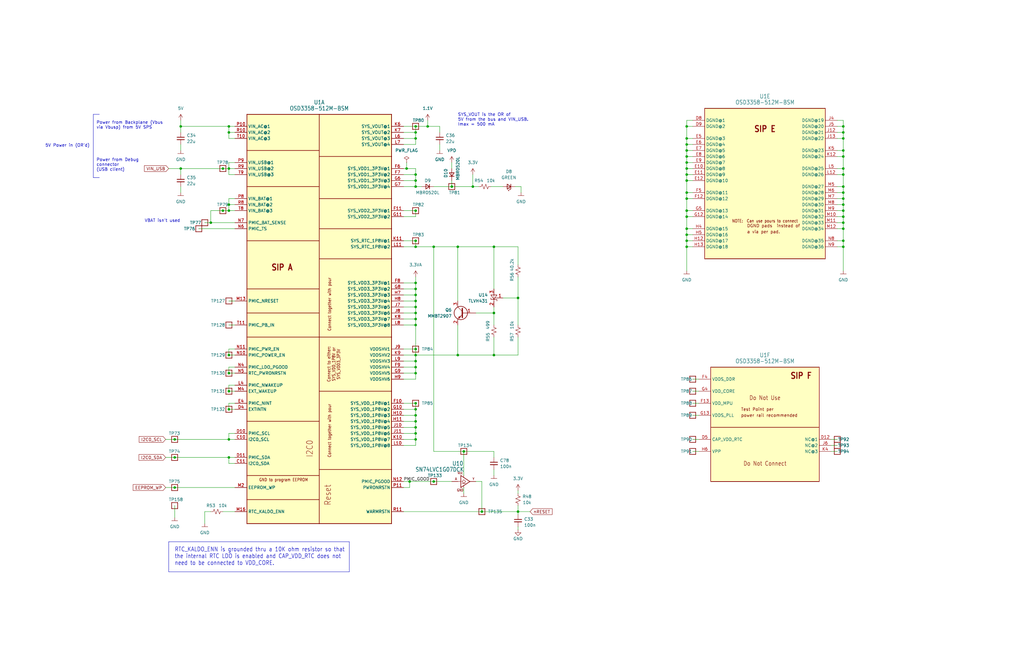
<source format=kicad_sch>
(kicad_sch (version 20230121) (generator eeschema)
  (paper "B")
  (junction (at 172.72 203.2))
  (junction (at 355.6 53.34))
  (junction (at 218.44 125.73))
  (junction (at 175.26 88.9))
  (junction (at 355.6 78.74))
  (junction (at 96.52 55.88))
  (junction (at 355.6 58.42))
  (junction (at 355.6 66.04))
  (junction (at 175.26 134.62))
  (junction (at 93.98 71.12))
  (junction (at 289.56 68.58))
  (junction (at 175.26 154.94))
  (junction (at 175.26 101.6))
  (junction (at 96.52 88.9))
  (junction (at 96.52 157.48))
  (junction (at 175.26 175.26))
  (junction (at 96.52 71.12))
  (junction (at 355.6 104.14))
  (junction (at 199.39 78.74))
  (junction (at 76.2 71.12))
  (junction (at 76.2 53.34))
  (junction (at 73.66 185.42))
  (junction (at 195.58 190.5))
  (junction (at 73.66 205.74))
  (junction (at 355.6 55.88))
  (junction (at 175.26 129.54))
  (junction (at 88.9 93.98))
  (junction (at 96.52 86.36))
  (junction (at 193.04 104.14))
  (junction (at 175.26 78.74))
  (junction (at 175.26 104.14))
  (junction (at 289.56 99.06))
  (junction (at 208.28 132.08))
  (junction (at 175.26 157.48))
  (junction (at 182.88 104.14))
  (junction (at 218.44 215.9))
  (junction (at 180.34 53.34))
  (junction (at 203.2 215.9))
  (junction (at 289.56 91.44))
  (junction (at 355.6 71.12))
  (junction (at 193.04 149.86))
  (junction (at 289.56 96.52))
  (junction (at 175.26 73.66))
  (junction (at 175.26 172.72))
  (junction (at 190.5 78.74))
  (junction (at 355.6 81.28))
  (junction (at 289.56 88.9))
  (junction (at 208.28 104.14))
  (junction (at 355.6 86.36))
  (junction (at 175.26 119.38))
  (junction (at 175.26 185.42))
  (junction (at 175.26 182.88))
  (junction (at 175.26 149.86))
  (junction (at 208.28 149.86))
  (junction (at 96.52 149.86))
  (junction (at 289.56 73.66))
  (junction (at 289.56 63.5))
  (junction (at 289.56 83.82))
  (junction (at 355.6 73.66))
  (junction (at 175.26 127))
  (junction (at 175.26 137.16))
  (junction (at 93.98 88.9))
  (junction (at 182.88 203.2))
  (junction (at 96.52 165.1))
  (junction (at 175.26 121.92))
  (junction (at 355.6 91.44))
  (junction (at 289.56 58.42))
  (junction (at 289.56 104.14))
  (junction (at 175.26 53.34))
  (junction (at 171.45 71.12))
  (junction (at 289.56 60.96))
  (junction (at 96.52 172.72))
  (junction (at 289.56 53.34))
  (junction (at 175.26 124.46))
  (junction (at 175.26 58.42))
  (junction (at 289.56 101.6))
  (junction (at 175.26 132.08))
  (junction (at 73.66 193.04))
  (junction (at 355.6 96.52))
  (junction (at 355.6 93.98))
  (junction (at 175.26 180.34))
  (junction (at 355.6 63.5))
  (junction (at 175.26 177.8))
  (junction (at 355.6 101.6))
  (junction (at 289.56 81.28))
  (junction (at 289.56 66.04))
  (junction (at 175.26 152.4))
  (junction (at 355.6 83.82))
  (junction (at 175.26 170.18))
  (junction (at 96.52 185.42))
  (junction (at 289.56 76.2))
  (junction (at 175.26 147.32))
  (junction (at 355.6 88.9))
  (junction (at 289.56 71.12))
  (junction (at 96.52 193.04))
  (junction (at 96.52 53.34))
  (junction (at 175.26 76.2))
  (junction (at 175.26 55.88))
  (wire (pts (xy 355.6 58.42) (xy 355.6 63.5)))
  (wire (pts (xy 96.52 68.58) (xy 96.52 71.12)))
  (wire (pts (xy 170.18 172.72) (xy 175.26 172.72)))
  (wire (pts (xy 292.1 190.5) (xy 294.64 190.5)))
  (wire (pts (xy 99.06 147.32) (xy 96.52 147.32)))
  (wire (pts (xy 170.18 187.96) (xy 175.26 187.96)))
  (wire (pts (xy 96.52 195.58) (xy 99.06 195.58)))
  (wire (pts (xy 99.06 68.58) (xy 96.52 68.58)))
  (wire (pts (xy 218.44 222.25) (xy 218.44 223.52)))
  (wire (pts (xy 76.2 60.96) (xy 76.2 63.5)))
  (wire (pts (xy 289.56 99.06) (xy 289.56 101.6)))
  (wire (pts (xy 96.52 157.48) (xy 99.06 157.48)))
  (wire (pts (xy 289.56 66.04) (xy 289.56 68.58)))
  (wire (pts (xy 218.44 125.73) (xy 218.44 137.16)))
  (wire (pts (xy 217.17 78.74) (xy 219.71 78.74)))
  (wire (pts (xy 353.06 81.28) (xy 355.6 81.28)))
  (wire (pts (xy 99.06 53.34) (xy 96.52 53.34)))
  (polyline (pts (xy 41.91 48.26) (xy 39.37 48.26)))
  (wire (pts (xy 190.5 68.58) (xy 190.5 71.12)))
  (wire (pts (xy 170.18 132.08) (xy 175.26 132.08)))
  (wire (pts (xy 353.06 83.82) (xy 355.6 83.82)))
  (wire (pts (xy 212.09 125.73) (xy 218.44 125.73)))
  (wire (pts (xy 96.52 127) (xy 99.06 127)))
  (wire (pts (xy 175.26 182.88) (xy 175.26 180.34)))
  (wire (pts (xy 99.06 162.56) (xy 96.52 162.56)))
  (wire (pts (xy 175.26 78.74) (xy 175.26 76.2)))
  (wire (pts (xy 73.66 185.42) (xy 96.52 185.42)))
  (wire (pts (xy 353.06 104.14) (xy 355.6 104.14)))
  (wire (pts (xy 208.28 132.08) (xy 208.28 137.16)))
  (wire (pts (xy 353.06 93.98) (xy 355.6 93.98)))
  (wire (pts (xy 175.26 132.08) (xy 175.26 134.62)))
  (wire (pts (xy 355.6 104.14) (xy 355.6 114.3)))
  (wire (pts (xy 170.18 137.16) (xy 175.26 137.16)))
  (wire (pts (xy 218.44 104.14) (xy 208.28 104.14)))
  (wire (pts (xy 292.1 170.18) (xy 294.64 170.18)))
  (wire (pts (xy 289.56 66.04) (xy 292.1 66.04)))
  (wire (pts (xy 289.56 63.5) (xy 292.1 63.5)))
  (wire (pts (xy 289.56 58.42) (xy 289.56 60.96)))
  (wire (pts (xy 289.56 71.12) (xy 292.1 71.12)))
  (wire (pts (xy 96.52 193.04) (xy 96.52 195.58)))
  (wire (pts (xy 193.04 104.14) (xy 193.04 127)))
  (wire (pts (xy 355.6 71.12) (xy 355.6 73.66)))
  (wire (pts (xy 73.66 205.74) (xy 69.85 205.74)))
  (wire (pts (xy 218.44 142.24) (xy 218.44 149.86)))
  (wire (pts (xy 99.06 83.82) (xy 96.52 83.82)))
  (wire (pts (xy 170.18 152.4) (xy 175.26 152.4)))
  (wire (pts (xy 208.28 142.24) (xy 208.28 149.86)))
  (wire (pts (xy 96.52 88.9) (xy 93.98 88.9)))
  (wire (pts (xy 96.52 154.94) (xy 96.52 157.48)))
  (wire (pts (xy 355.6 63.5) (xy 355.6 66.04)))
  (wire (pts (xy 175.26 58.42) (xy 175.26 55.88)))
  (wire (pts (xy 353.06 96.52) (xy 355.6 96.52)))
  (wire (pts (xy 182.88 203.2) (xy 190.5 203.2)))
  (wire (pts (xy 353.06 66.04) (xy 355.6 66.04)))
  (polyline (pts (xy 39.37 74.93) (xy 41.91 74.93)))
  (wire (pts (xy 96.52 83.82) (xy 96.52 86.36)))
  (wire (pts (xy 289.56 81.28) (xy 289.56 83.82)))
  (wire (pts (xy 175.26 129.54) (xy 175.26 132.08)))
  (wire (pts (xy 170.18 175.26) (xy 175.26 175.26)))
  (polyline (pts (xy 147.32 228.6) (xy 71.12 228.6)))
  (wire (pts (xy 96.52 71.12) (xy 96.52 73.66)))
  (wire (pts (xy 96.52 73.66) (xy 99.06 73.66)))
  (wire (pts (xy 170.18 76.2) (xy 175.26 76.2)))
  (wire (pts (xy 96.52 185.42) (xy 99.06 185.42)))
  (wire (pts (xy 292.1 175.26) (xy 294.64 175.26)))
  (wire (pts (xy 170.18 154.94) (xy 175.26 154.94)))
  (wire (pts (xy 353.06 101.6) (xy 355.6 101.6)))
  (wire (pts (xy 96.52 147.32) (xy 96.52 149.86)))
  (wire (pts (xy 96.52 162.56) (xy 96.52 165.1)))
  (wire (pts (xy 171.45 71.12) (xy 175.26 71.12)))
  (wire (pts (xy 175.26 73.66) (xy 175.26 71.12)))
  (wire (pts (xy 96.52 88.9) (xy 99.06 88.9)))
  (wire (pts (xy 289.56 76.2) (xy 292.1 76.2)))
  (wire (pts (xy 199.39 73.66) (xy 199.39 78.74)))
  (wire (pts (xy 208.28 129.54) (xy 208.28 132.08)))
  (wire (pts (xy 289.56 99.06) (xy 292.1 99.06)))
  (wire (pts (xy 175.26 175.26) (xy 175.26 172.72)))
  (wire (pts (xy 195.58 190.5) (xy 208.28 190.5)))
  (wire (pts (xy 292.1 185.42) (xy 294.64 185.42)))
  (wire (pts (xy 190.5 78.74) (xy 199.39 78.74)))
  (wire (pts (xy 218.44 125.73) (xy 218.44 116.84)))
  (wire (pts (xy 292.1 165.1) (xy 294.64 165.1)))
  (wire (pts (xy 289.56 91.44) (xy 289.56 96.52)))
  (wire (pts (xy 175.26 53.34) (xy 180.34 53.34)))
  (wire (pts (xy 170.18 185.42) (xy 175.26 185.42)))
  (wire (pts (xy 170.18 119.38) (xy 175.26 119.38)))
  (wire (pts (xy 355.6 83.82) (xy 355.6 86.36)))
  (polyline (pts (xy 147.32 241.3) (xy 147.32 228.6)))
  (wire (pts (xy 170.18 215.9) (xy 203.2 215.9)))
  (wire (pts (xy 170.18 205.74) (xy 172.72 205.74)))
  (wire (pts (xy 355.6 88.9) (xy 355.6 91.44)))
  (wire (pts (xy 289.56 83.82) (xy 292.1 83.82)))
  (wire (pts (xy 175.26 78.74) (xy 177.8 78.74)))
  (wire (pts (xy 171.45 68.58) (xy 171.45 71.12)))
  (wire (pts (xy 96.52 165.1) (xy 99.06 165.1)))
  (wire (pts (xy 289.56 58.42) (xy 292.1 58.42)))
  (wire (pts (xy 355.6 50.8) (xy 355.6 53.34)))
  (wire (pts (xy 201.93 78.74) (xy 199.39 78.74)))
  (wire (pts (xy 355.6 66.04) (xy 355.6 71.12)))
  (wire (pts (xy 175.26 185.42) (xy 175.26 182.88)))
  (wire (pts (xy 170.18 88.9) (xy 175.26 88.9)))
  (wire (pts (xy 353.06 58.42) (xy 355.6 58.42)))
  (wire (pts (xy 218.44 213.36) (xy 218.44 215.9)))
  (wire (pts (xy 170.18 203.2) (xy 172.72 203.2)))
  (wire (pts (xy 175.26 119.38) (xy 175.26 116.84)))
  (wire (pts (xy 172.72 203.2) (xy 182.88 203.2)))
  (wire (pts (xy 93.98 215.9) (xy 99.06 215.9)))
  (wire (pts (xy 292.1 50.8) (xy 289.56 50.8)))
  (wire (pts (xy 175.26 180.34) (xy 175.26 177.8)))
  (wire (pts (xy 203.2 215.9) (xy 203.2 203.2)))
  (wire (pts (xy 350.52 185.42) (xy 353.06 185.42)))
  (wire (pts (xy 170.18 149.86) (xy 175.26 149.86)))
  (wire (pts (xy 289.56 68.58) (xy 292.1 68.58)))
  (wire (pts (xy 355.6 96.52) (xy 355.6 101.6)))
  (wire (pts (xy 175.26 60.96) (xy 175.26 58.42)))
  (wire (pts (xy 175.26 121.92) (xy 175.26 124.46)))
  (wire (pts (xy 170.18 101.6) (xy 175.26 101.6)))
  (wire (pts (xy 170.18 104.14) (xy 175.26 104.14)))
  (wire (pts (xy 96.52 170.18) (xy 96.52 172.72)))
  (wire (pts (xy 218.44 215.9) (xy 223.52 215.9)))
  (wire (pts (xy 76.2 53.34) (xy 76.2 55.88)))
  (wire (pts (xy 355.6 55.88) (xy 355.6 58.42)))
  (wire (pts (xy 353.06 88.9) (xy 355.6 88.9)))
  (wire (pts (xy 73.66 205.74) (xy 99.06 205.74)))
  (wire (pts (xy 175.26 152.4) (xy 175.26 154.94)))
  (wire (pts (xy 185.42 60.96) (xy 185.42 63.5)))
  (wire (pts (xy 73.66 213.36) (xy 73.66 218.44)))
  (wire (pts (xy 76.2 78.74) (xy 76.2 81.28)))
  (wire (pts (xy 172.72 205.74) (xy 172.72 203.2)))
  (wire (pts (xy 175.26 172.72) (xy 175.26 170.18)))
  (wire (pts (xy 289.56 60.96) (xy 292.1 60.96)))
  (wire (pts (xy 96.52 182.88) (xy 96.52 185.42)))
  (wire (pts (xy 96.52 53.34) (xy 96.52 55.88)))
  (wire (pts (xy 99.06 58.42) (xy 96.52 58.42)))
  (wire (pts (xy 99.06 170.18) (xy 96.52 170.18)))
  (wire (pts (xy 289.56 104.14) (xy 289.56 114.3)))
  (wire (pts (xy 218.44 207.01) (xy 218.44 208.28)))
  (wire (pts (xy 292.1 160.02) (xy 294.64 160.02)))
  (wire (pts (xy 170.18 134.62) (xy 175.26 134.62)))
  (wire (pts (xy 289.56 76.2) (xy 289.56 81.28)))
  (wire (pts (xy 289.56 50.8) (xy 289.56 53.34)))
  (wire (pts (xy 96.52 71.12) (xy 99.06 71.12)))
  (wire (pts (xy 175.26 137.16) (xy 175.26 147.32)))
  (wire (pts (xy 289.56 68.58) (xy 289.56 71.12)))
  (wire (pts (xy 76.2 53.34) (xy 96.52 53.34)))
  (wire (pts (xy 353.06 78.74) (xy 355.6 78.74)))
  (wire (pts (xy 355.6 93.98) (xy 355.6 96.52)))
  (wire (pts (xy 86.36 93.98) (xy 88.9 93.98)))
  (wire (pts (xy 355.6 91.44) (xy 355.6 93.98)))
  (wire (pts (xy 175.26 124.46) (xy 175.26 127)))
  (wire (pts (xy 219.71 78.74) (xy 219.71 81.28)))
  (wire (pts (xy 289.56 101.6) (xy 292.1 101.6)))
  (wire (pts (xy 289.56 83.82) (xy 289.56 88.9)))
  (wire (pts (xy 289.56 91.44) (xy 292.1 91.44)))
  (wire (pts (xy 193.04 137.16) (xy 193.04 149.86)))
  (wire (pts (xy 170.18 147.32) (xy 175.26 147.32)))
  (wire (pts (xy 353.06 91.44) (xy 355.6 91.44)))
  (wire (pts (xy 190.5 76.2) (xy 190.5 78.74)))
  (wire (pts (xy 175.26 149.86) (xy 175.26 152.4)))
  (wire (pts (xy 355.6 101.6) (xy 355.6 104.14)))
  (wire (pts (xy 175.26 157.48) (xy 175.26 160.02)))
  (wire (pts (xy 76.2 71.12) (xy 76.2 73.66)))
  (wire (pts (xy 203.2 203.2) (xy 200.66 203.2)))
  (wire (pts (xy 353.06 53.34) (xy 355.6 53.34)))
  (wire (pts (xy 96.52 86.36) (xy 99.06 86.36)))
  (wire (pts (xy 195.58 190.5) (xy 195.58 200.66)))
  (wire (pts (xy 96.52 58.42) (xy 96.52 55.88)))
  (wire (pts (xy 207.01 78.74) (xy 212.09 78.74)))
  (wire (pts (xy 289.56 96.52) (xy 292.1 96.52)))
  (wire (pts (xy 170.18 170.18) (xy 175.26 170.18)))
  (wire (pts (xy 73.66 193.04) (xy 96.52 193.04)))
  (wire (pts (xy 93.98 71.12) (xy 96.52 71.12)))
  (wire (pts (xy 88.9 93.98) (xy 99.06 93.98)))
  (wire (pts (xy 289.56 63.5) (xy 289.56 66.04)))
  (wire (pts (xy 175.26 76.2) (xy 175.26 73.66)))
  (wire (pts (xy 175.26 55.88) (xy 175.26 53.34)))
  (wire (pts (xy 99.06 154.94) (xy 96.52 154.94)))
  (wire (pts (xy 175.26 154.94) (xy 175.26 157.48)))
  (wire (pts (xy 73.66 193.04) (xy 69.85 193.04)))
  (wire (pts (xy 170.18 127) (xy 175.26 127)))
  (wire (pts (xy 175.26 104.14) (xy 182.88 104.14)))
  (wire (pts (xy 175.26 149.86) (xy 193.04 149.86)))
  (wire (pts (xy 208.28 149.86) (xy 193.04 149.86)))
  (wire (pts (xy 170.18 180.34) (xy 175.26 180.34)))
  (wire (pts (xy 289.56 53.34) (xy 292.1 53.34)))
  (wire (pts (xy 99.06 193.04) (xy 96.52 193.04)))
  (polyline (pts (xy 71.12 228.6) (xy 71.12 241.3)))
  (wire (pts (xy 289.56 60.96) (xy 289.56 63.5)))
  (wire (pts (xy 289.56 96.52) (xy 289.56 99.06)))
  (wire (pts (xy 175.26 134.62) (xy 175.26 137.16)))
  (wire (pts (xy 182.88 78.74) (xy 190.5 78.74)))
  (wire (pts (xy 170.18 73.66) (xy 175.26 73.66)))
  (wire (pts (xy 355.6 78.74) (xy 355.6 81.28)))
  (wire (pts (xy 355.6 53.34) (xy 355.6 55.88)))
  (wire (pts (xy 86.36 215.9) (xy 86.36 220.98)))
  (wire (pts (xy 175.26 121.92) (xy 175.26 119.38)))
  (wire (pts (xy 170.18 121.92) (xy 175.26 121.92)))
  (wire (pts (xy 355.6 81.28) (xy 355.6 83.82)))
  (wire (pts (xy 175.26 177.8) (xy 175.26 175.26)))
  (wire (pts (xy 289.56 73.66) (xy 292.1 73.66)))
  (wire (pts (xy 218.44 149.86) (xy 208.28 149.86)))
  (wire (pts (xy 185.42 55.88) (xy 185.42 53.34)))
  (wire (pts (xy 88.9 88.9) (xy 88.9 93.98)))
  (wire (pts (xy 170.18 58.42) (xy 175.26 58.42)))
  (wire (pts (xy 93.98 88.9) (xy 88.9 88.9)))
  (wire (pts (xy 353.06 86.36) (xy 355.6 86.36)))
  (wire (pts (xy 208.28 198.12) (xy 208.28 200.66)))
  (wire (pts (xy 289.56 88.9) (xy 289.56 91.44)))
  (wire (pts (xy 96.52 149.86) (xy 99.06 149.86)))
  (wire (pts (xy 218.44 217.17) (xy 218.44 215.9)))
  (wire (pts (xy 193.04 104.14) (xy 208.28 104.14)))
  (wire (pts (xy 289.56 104.14) (xy 292.1 104.14)))
  (wire (pts (xy 170.18 177.8) (xy 175.26 177.8)))
  (wire (pts (xy 170.18 157.48) (xy 175.26 157.48)))
  (wire (pts (xy 88.9 215.9) (xy 86.36 215.9)))
  (wire (pts (xy 175.26 187.96) (xy 175.26 185.42)))
  (wire (pts (xy 175.26 127) (xy 175.26 129.54)))
  (wire (pts (xy 96.52 86.36) (xy 96.52 88.9)))
  (wire (pts (xy 289.56 101.6) (xy 289.56 104.14)))
  (wire (pts (xy 208.28 132.08) (xy 200.66 132.08)))
  (wire (pts (xy 355.6 86.36) (xy 355.6 88.9)))
  (wire (pts (xy 96.52 172.72) (xy 99.06 172.72)))
  (polyline (pts (xy 71.12 241.3) (xy 147.32 241.3)))
  (wire (pts (xy 170.18 129.54) (xy 175.26 129.54)))
  (wire (pts (xy 182.88 190.5) (xy 195.58 190.5)))
  (wire (pts (xy 175.26 147.32) (xy 175.26 149.86)))
  (wire (pts (xy 96.52 55.88) (xy 99.06 55.88)))
  (wire (pts (xy 218.44 111.76) (xy 218.44 104.14)))
  (wire (pts (xy 96.52 137.16) (xy 99.06 137.16)))
  (wire (pts (xy 170.18 53.34) (xy 175.26 53.34)))
  (wire (pts (xy 350.52 190.5) (xy 353.06 190.5)))
  (wire (pts (xy 182.88 104.14) (xy 182.88 190.5)))
  (wire (pts (xy 76.2 71.12) (xy 93.98 71.12)))
  (wire (pts (xy 289.56 81.28) (xy 292.1 81.28)))
  (wire (pts (xy 175.26 104.14) (xy 175.26 101.6)))
  (wire (pts (xy 289.56 71.12) (xy 289.56 73.66)))
  (wire (pts (xy 353.06 55.88) (xy 355.6 55.88)))
  (wire (pts (xy 170.18 71.12) (xy 171.45 71.12)))
  (wire (pts (xy 208.28 121.92) (xy 208.28 104.14)))
  (wire (pts (xy 83.82 96.52) (xy 99.06 96.52)))
  (wire (pts (xy 289.56 73.66) (xy 289.56 76.2)))
  (wire (pts (xy 208.28 190.5) (xy 208.28 193.04)))
  (wire (pts (xy 350.52 187.96) (xy 353.06 187.96)))
  (wire (pts (xy 195.58 205.74) (xy 195.58 208.28)))
  (polyline (pts (xy 39.37 48.26) (xy 39.37 74.93)))
  (wire (pts (xy 99.06 182.88) (xy 96.52 182.88)))
  (wire (pts (xy 170.18 124.46) (xy 175.26 124.46)))
  (wire (pts (xy 353.06 71.12) (xy 355.6 71.12)))
  (wire (pts (xy 170.18 182.88) (xy 175.26 182.88)))
  (wire (pts (xy 170.18 91.44) (xy 175.26 91.44)))
  (wire (pts (xy 185.42 53.34) (xy 180.34 53.34)))
  (wire (pts (xy 353.06 50.8) (xy 355.6 50.8)))
  (wire (pts (xy 69.85 185.42) (xy 73.66 185.42)))
  (wire (pts (xy 71.12 71.12) (xy 76.2 71.12)))
  (wire (pts (xy 175.26 91.44) (xy 175.26 88.9)))
  (wire (pts (xy 353.06 73.66) (xy 355.6 73.66)))
  (wire (pts (xy 76.2 50.8) (xy 76.2 53.34)))
  (wire (pts (xy 353.06 63.5) (xy 355.6 63.5)))
  (wire (pts (xy 170.18 78.74) (xy 175.26 78.74)))
  (wire (pts (xy 289.56 53.34) (xy 289.56 58.42)))
  (wire (pts (xy 203.2 215.9) (xy 218.44 215.9)))
  (wire (pts (xy 180.34 50.8) (xy 180.34 53.34)))
  (wire (pts (xy 182.88 104.14) (xy 193.04 104.14)))
  (wire (pts (xy 170.18 160.02) (xy 175.26 160.02)))
  (wire (pts (xy 170.18 55.88) (xy 175.26 55.88)))
  (wire (pts (xy 170.18 60.96) (xy 175.26 60.96)))
  (wire (pts (xy 289.56 88.9) (xy 292.1 88.9)))
  (wire (pts (xy 355.6 73.66) (xy 355.6 78.74)))
  (text "Power from Debug \nconnector\n(USB client)" (at 40.64 72.39 0) (effects (font (size 1.27 1.27)) (justify left bottom)))
  (text "5V Power in (OR'd)" (at 19.05 62.23 0) (effects (font (size 1.27 1.27)) (justify left bottom)))
  (text "SYS_VOUT is the OR of \n5V from the bus and VIN_USB.\nImax = 500 mA" (at 193.04 53.34 0) (effects (font (size 1.27 1.27)) (justify left bottom)))
  (text "VBAT isn't used" (at 60.96 93.98 0) (effects (font (size 1.27 1.27)) (justify left bottom)))
  (text "RTC_KALDO_ENN is grounded thru a 10K ohm resistor so that\nthe internal RTC LDO is enabled and CAP_VDD_RTC does not\nneed to be connected to VDD_CORE." (at 73.66 238.76 0) (effects (font (size 1.778 1.5113)) (justify left bottom)))
  (text "Power from Backplane (Vbus\nvia Vbusp) from 5V SPS" (at 40.64 54.61 0) (effects (font (size 1.27 1.27)) (justify left bottom)))
  (label "PMIC_GOOD" (at 170.18 203.2 0))
  (global_label "VIN_USB" (shape input) (at 71.12 71.12 180) (property "Intersheetrefs" "${INTERSHEET_REFS}" (at 60.9055 69.7706 0) (effects (justify right))))
  (global_label "nRESET" (shape input) (at 223.52 215.9 0) (property "Intersheetrefs" "${INTERSHEET_REFS}" (at 233.3199 215.9 0) (effects (justify left))))
  (global_label "I2C0_SDA" (shape input) (at 69.85 193.04 180) (property "Intersheetrefs" "${INTERSHEET_REFS}" (at 58.6074 192.9606 0) (effects (justify right))))
  (global_label "I2C0_SCL" (shape input) (at 69.85 185.42 180) (property "Intersheetrefs" "${INTERSHEET_REFS}" (at 58.6679 185.3406 0) (effects (justify right))))
  (global_label "EEPROM_WP" (shape input) (at 69.85 205.74 180) (property "Intersheetrefs" "${INTERSHEET_REFS}" (at 56.1279 205.6606 0) (effects (justify right))))
  (symbol (lib_id "oresat-misc:Test-Point-1mm-round") (at 175.26 147.32 270) (unit 1)
    (property "Reference" "TP84" (at 177.8 147.32 90) (effects (justify left)))
    (property "Value" "0.03x0.04" (effects hide))
    (property "Footprint" "oresat-misc:TestPoint_Pad_D1.0mm" (effects hide))
  )
  (symbol (lib_id "oresat-misc:Test-Point-1mm-round") (at 195.58 190.5 180) (unit 1)
    (property "Reference" "TP134" (at 193.04 187.96 0) (effects (justify right)))
    (property "Value" "0.03x0.04" (effects hide))
    (property "Footprint" "oresat-misc:TestPoint_Pad_D1.0mm" (effects hide))
  )
  (symbol (lib_id "oresat-power:GND") (at 219.71 81.28 0) (unit 1)
    (property "Reference" "#GND0175" (effects hide))
    (property "Value" "GND" (at 219.71 85.09 0))
  )
  (symbol (lib_id "Device:LED_Small") (at 214.63 78.74 180) (unit 1)
    (property "Reference" "D8" (at 214.5665 72.39 0))
    (property "Value" "GREEN" (at 214.5665 74.93 0))
    (property "Footprint" "LED_SMD:LED_0603_1608Metric" (effects hide))
  )
  (symbol (lib_id "Device:R_Small_US") (at 91.44 215.9 90) (unit 1)
    (property "Reference" "R53" (at 88.9 213.36 90))
    (property "Value" "10k" (at 93.98 213.36 90))
    (property "Footprint" "Resistor_SMD:R_0603_1608Metric" (effects hide))
  )
  (symbol (lib_id "oresat-misc:Test-Point-1mm-round") (at 175.26 170.18 270) (unit 1)
    (property "Reference" "TP85" (at 177.8 170.18 90) (effects (justify left)))
    (property "Value" "0.03x0.04" (effects hide))
    (property "Footprint" "oresat-misc:TestPoint_Pad_D1.0mm" (effects hide))
  )
  (symbol (lib_id "oresat-misc:Test-Point-1mm-round") (at 292.1 185.42 0) (unit 1)
    (property "Reference" "TP90" (at 287.02 185.42 0) (effects (justify left)))
    (property "Value" "0.03x0.04" (effects hide))
    (property "Footprint" "oresat-misc:TestPoint_Pad_D1.0mm" (effects hide))
  )
  (symbol (lib_id "Device:C_Small") (at 208.28 195.58 0) (unit 1)
    (property "Reference" "C78" (at 210.82 194.3162 0) (effects (justify left)))
    (property "Value" "100n" (at 210.82 196.8562 0) (effects (justify left)))
    (property "Footprint" "Capacitor_SMD:C_0603_1608Metric" (effects hide))
  )
  (symbol (lib_id "oresat-misc:Test-Point-1mm-round") (at 73.66 205.74 180) (unit 1)
    (property "Reference" "TP75" (at 71.12 203.2 0) (effects (justify right)))
    (property "Value" "0.03x0.04" (effects hide))
    (property "Footprint" "oresat-misc:TestPoint-0.75mm-th" (effects hide))
  )
  (symbol (lib_id "oresat-power:3.3V") (at 199.39 73.66 0) (unit 1)
    (property "Reference" "#3V0113" (effects hide))
    (property "Value" "3.3V" (at 199.39 68.58 0))
  )
  (symbol (lib_id "oresat-misc:Test-Point-1mm-round") (at 73.66 213.36 180) (unit 1)
    (property "Reference" "TP158" (at 71.12 210.82 0) (effects (justify right)))
    (property "Value" "0.03x0.04" (effects hide))
    (property "Footprint" "oresat-misc:TestPoint-0.75mm-th" (effects hide))
  )
  (symbol (lib_id "oresat-misc:Test-Point-1mm-round") (at 96.52 149.86 180) (unit 1)
    (property "Reference" "TP129" (at 88.9 149.86 0) (effects (justify right)))
    (property "Value" "0.03x0.04" (effects hide))
    (property "Footprint" "oresat-misc:TestPoint_Pad_D1.0mm" (effects hide))
  )
  (symbol (lib_id "oresat-ics:OSD3358-512M-BSM") (at 322.58 180.34 0) (unit 6)
    (property "Reference" "U1" (at 322.58 149.86 0) (effects (font (size 1.778 1.5113))))
    (property "Value" "OSD3358-512M-BSM" (at 322.58 152.4 0) (effects (font (size 1.778 1.5113))))
    (property "Footprint" "oresat-ics:U-Octavo-OSD335X-BGA-256" (effects hide))
    (property "Description" "OSD335x Embedded Module 1GHz 512MB" (effects hide))
    (property "Distributor" "DigiKey" (effects hide))
    (property "MPN" "OSD3358-512M-BSM" (effects hide))
  )
  (symbol (lib_id "oresat-misc:Test-Point-1mm-round") (at 203.2 215.9 180) (unit 1)
    (property "Reference" "TP135" (at 205.74 215.9 0) (effects (justify right)))
    (property "Value" "0.03x0.04" (effects hide))
    (property "Footprint" "oresat-misc:TestPoint_Pad_D1.0mm" (effects hide))
  )
  (symbol (lib_id "oresat-power:GND") (at 208.28 200.66 0) (unit 1)
    (property "Reference" "#GND0170" (effects hide))
    (property "Value" "GND" (at 208.28 204.47 0))
  )
  (symbol (lib_id "oresat-misc:Test-Point-1mm-round") (at 190.5 78.74 270) (unit 1)
    (property "Reference" "TP81" (at 189.23 81.28 90) (effects (justify left)))
    (property "Value" "0.03x0.04" (effects hide))
    (property "Footprint" "oresat-misc:TestPoint_Pad_D1.0mm" (effects hide))
  )
  (symbol (lib_id "oresat-misc:Test-Point-1mm-round") (at 96.52 172.72 180) (unit 1)
    (property "Reference" "TP132" (at 88.9 172.72 0) (effects (justify right)))
    (property "Value" "0.03x0.04" (effects hide))
    (property "Footprint" "oresat-misc:TestPoint_Pad_D1.0mm" (effects hide))
  )
  (symbol (lib_id "Device:R_Small_US") (at 208.28 139.7 180) (unit 1)
    (property "Reference" "R55" (at 205.74 142.24 90))
    (property "Value" "499" (at 205.74 137.16 90))
    (property "Footprint" "Resistor_SMD:R_0603_1608Metric" (effects hide))
  )
  (symbol (lib_id "oresat-misc:Test-Point-1mm-round") (at 292.1 165.1 0) (unit 1)
    (property "Reference" "TP87" (at 287.02 165.1 0) (effects (justify left)))
    (property "Value" "0.03x0.04" (effects hide))
    (property "Footprint" "oresat-misc:TestPoint_Pad_D1.0mm" (effects hide))
  )
  (symbol (lib_id "oresat-misc:Test-Point-1mm-round") (at 93.98 71.12 180) (unit 1)
    (property "Reference" "TP78" (at 91.44 68.58 0) (effects (justify right)))
    (property "Value" "0.03x0.04" (effects hide))
    (property "Footprint" "oresat-misc:TestPoint_Pad_D1.0mm" (effects hide))
  )
  (symbol (lib_id "oresat-misc:Test-Point-1mm-round") (at 353.06 190.5 180) (unit 1)
    (property "Reference" "TP94" (at 358.14 190.5 0) (effects (justify left)))
    (property "Value" "0.03x0.04" (effects hide))
    (property "Footprint" "oresat-misc:TestPoint_Pad_D1.0mm" (effects hide))
  )
  (symbol (lib_id "oresat-misc:Test-Point-1mm-round") (at 93.98 88.9 180) (unit 1)
    (property "Reference" "TP79" (at 91.44 86.36 0) (effects (justify right)))
    (property "Value" "0.03x0.04" (effects hide))
    (property "Footprint" "oresat-misc:TestPoint_Pad_D1.0mm" (effects hide))
  )
  (symbol (lib_id "Device:R_Small_US") (at 218.44 139.7 180) (unit 1)
    (property "Reference" "R57" (at 215.9 142.24 90))
    (property "Value" "10k" (at 215.9 137.16 90))
    (property "Footprint" "Resistor_SMD:R_0603_1608Metric" (effects hide))
  )
  (symbol (lib_id "Device:D_Small") (at 190.5 73.66 90) (unit 1)
    (property "Reference" "D10" (at 187.96 71.12 0) (effects (justify right)))
    (property "Value" "MBR0520L" (at 193.04 66.04 0) (effects (justify right)))
    (property "Footprint" "Diode_SMD:D_SOD-123" (effects hide))
    (property "Sim.Device" "D" (effects hide))
    (property "Sim.Pins" "1=K 2=A" (effects hide))
  )
  (symbol (lib_id "oresat-misc:Test-Point-1mm-round") (at 73.66 193.04 180) (unit 1)
    (property "Reference" "TP74" (at 71.12 190.5 0) (effects (justify right)))
    (property "Value" "0.03x0.04" (effects hide))
    (property "Footprint" "oresat-misc:TestPoint-0.75mm-th" (effects hide))
  )
  (symbol (lib_id "oresat-misc:Test-Point-1mm-round") (at 353.06 185.42 180) (unit 1)
    (property "Reference" "TP92" (at 358.14 185.42 0) (effects (justify left)))
    (property "Value" "0.03x0.04" (effects hide))
    (property "Footprint" "oresat-misc:TestPoint_Pad_D1.0mm" (effects hide))
  )
  (symbol (lib_id "oresat-misc:Test-Point-1mm-round") (at 353.06 187.96 180) (unit 1)
    (property "Reference" "TP93" (at 358.14 187.96 0) (effects (justify left)))
    (property "Value" "0.03x0.04" (effects hide))
    (property "Footprint" "oresat-misc:TestPoint_Pad_D1.0mm" (effects hide))
  )
  (symbol (lib_id "oresat-power:GND") (at 185.42 63.5 0) (unit 1)
    (property "Reference" "#GND0174" (effects hide))
    (property "Value" "GND" (at 185.42 67.31 0))
  )
  (symbol (lib_id "oresat-power:GND") (at 86.36 220.98 0) (unit 1)
    (property "Reference" "#GND0171" (effects hide))
    (property "Value" "GND" (at 86.36 224.79 0))
  )
  (symbol (lib_id "oresat-misc:Test-Point-1mm-round") (at 292.1 190.5 0) (unit 1)
    (property "Reference" "TP91" (at 287.02 190.5 0) (effects (justify left)))
    (property "Value" "0.03x0.04" (effects hide))
    (property "Footprint" "oresat-misc:TestPoint_Pad_D1.0mm" (effects hide))
  )
  (symbol (lib_id "oresat-power:GND") (at 76.2 81.28 0) (unit 1)
    (property "Reference" "#GND0165" (effects hide))
    (property "Value" "GND" (at 76.2 85.09 0))
  )
  (symbol (lib_id "oresat-power:3.3VA") (at 175.26 116.84 0) (unit 1)
    (property "Reference" "#3V3A0102" (effects hide))
    (property "Value" "3.3VA" (at 175.26 111.76 0))
  )
  (symbol (lib_id "oresat-misc:Test-Point-1mm-round") (at 292.1 175.26 0) (unit 1)
    (property "Reference" "TP89" (at 287.02 175.26 0) (effects (justify left)))
    (property "Value" "0.03x0.04" (effects hide))
    (property "Footprint" "oresat-misc:TestPoint_Pad_D1.0mm" (effects hide))
  )
  (symbol (lib_id "oresat-misc:Test-Point-1mm-round") (at 292.1 170.18 0) (unit 1)
    (property "Reference" "TP88" (at 287.02 170.18 0) (effects (justify left)))
    (property "Value" "0.03x0.04" (effects hide))
    (property "Footprint" "oresat-misc:TestPoint_Pad_D1.0mm" (effects hide))
  )
  (symbol (lib_id "Device:D_Small") (at 180.34 78.74 180) (unit 1)
    (property "Reference" "D9" (at 180.34 76.2 0))
    (property "Value" "MBR0520L" (at 180.34 81.28 0))
    (property "Footprint" "Diode_SMD:D_SOD-123" (effects hide))
    (property "Sim.Device" "D" (effects hide))
    (property "Sim.Pins" "1=K 2=A" (effects hide))
  )
  (symbol (lib_id "oresat-misc:Test-Point-1mm-round") (at 96.52 157.48 180) (unit 1)
    (property "Reference" "TP130" (at 88.9 157.48 0) (effects (justify right)))
    (property "Value" "0.03x0.04" (effects hide))
    (property "Footprint" "oresat-misc:TestPoint_Pad_D1.0mm" (effects hide))
  )
  (symbol (lib_id "oresat-power:5V") (at 76.2 50.8 0) (unit 1)
    (property "Reference" "#5V0103" (effects hide))
    (property "Value" "5V" (at 76.2 45.72 0))
  )
  (symbol (lib_id "oresat-misc:Test-Point-1mm-round") (at 175.26 53.34 270) (unit 1)
    (property "Reference" "TP80" (at 173.99 50.8 90) (effects (justify left)))
    (property "Value" "0.03x0.04" (effects hide))
    (property "Footprint" "oresat-misc:TestPoint_Pad_D1.0mm" (effects hide))
  )
  (symbol (lib_id "oresat-power:GND") (at 73.66 218.44 0) (unit 1)
    (property "Reference" "#GND01" (effects hide))
    (property "Value" "GND" (at 73.66 222.25 0))
  )
  (symbol (lib_id "oresat-power:VPD") (at 190.5 68.58 0) (unit 1)
    (property "Reference" "#VPD01" (effects hide))
    (property "Value" "VPD" (at 190.5 63.5 0))
  )
  (symbol (lib_id "Device:R_Small_US") (at 218.44 114.3 180) (unit 1)
    (property "Reference" "R56" (at 215.9 116.84 90))
    (property "Value" "40.2k" (at 215.9 111.76 90))
    (property "Footprint" "Resistor_SMD:R_0603_1608Metric" (effects hide))
  )
  (symbol (lib_id "oresat-misc:Test-Point-1mm-round") (at 73.66 185.42 180) (unit 1)
    (property "Reference" "TP73" (at 71.12 182.88 0) (effects (justify right)))
    (property "Value" "0.03x0.04" (effects hide))
    (property "Footprint" "oresat-misc:TestPoint-0.75mm-th" (effects hide))
  )
  (symbol (lib_id "oresat-ics:OSD3358-512M-BSM") (at 134.62 132.08 0) (unit 1)
    (property "Reference" "U1" (at 134.62 43.18 0) (effects (font (size 1.778 1.5113))))
    (property "Value" "OSD3358-512M-BSM" (at 134.62 45.72 0) (effects (font (size 1.778 1.5113))))
    (property "Footprint" "oresat-ics:U-Octavo-OSD335X-BGA-256" (effects hide))
    (property "Description" "OSD335x Embedded Module 1GHz 512MB" (effects hide))
    (property "Distributor" "DigiKey" (effects hide))
    (property "MPN" "OSD3358-512M-BSM" (effects hide))
  )
  (symbol (lib_id "oresat-misc:Test-Point-1mm-round") (at 175.26 101.6 270) (unit 1)
    (property "Reference" "TP83" (at 173.99 99.06 90) (effects (justify left)))
    (property "Value" "0.03x0.04" (effects hide))
    (property "Footprint" "oresat-misc:TestPoint_Pad_D1.0mm" (effects hide))
  )
  (symbol (lib_id "oresat-power:GND") (at 355.6 114.3 0) (unit 1)
    (property "Reference" "#GND0172" (effects hide))
    (property "Value" "GND" (at 355.6 118.11 0))
  )
  (symbol (lib_id "Device:C_Small") (at 185.42 58.42 0) (unit 1)
    (property "Reference" "C36" (at 187.96 57.1562 0) (effects (justify left)))
    (property "Value" "22u" (at 187.96 59.6962 0) (effects (justify left)))
    (property "Footprint" "Capacitor_SMD:C_1210_3225Metric" (effects hide))
  )
  (symbol (lib_id "oresat-power:VDD") (at 180.34 50.8 0) (unit 1)
    (property "Reference" "#VDD0103" (effects hide))
    (property "Value" "VDD" (at 180.34 45.72 0))
  )
  (symbol (lib_id "oresat-misc:Test-Point-1mm-round") (at 96.52 137.16 180) (unit 1)
    (property "Reference" "TP128" (at 88.9 137.16 0) (effects (justify right)))
    (property "Value" "0.03x0.04" (effects hide))
    (property "Footprint" "oresat-misc:TestPoint_Pad_D1.0mm" (effects hide))
  )
  (symbol (lib_id "oresat-misc:Test-Point-1mm-round") (at 175.26 88.9 270) (unit 1)
    (property "Reference" "TP82" (at 173.99 86.36 90) (effects (justify left)))
    (property "Value" "0.03x0.04" (effects hide))
    (property "Footprint" "oresat-misc:TestPoint_Pad_D1.0mm" (effects hide))
  )
  (symbol (lib_id "power:GND") (at 218.44 223.52 0) (unit 1)
    (property "Reference" "#PWR01" (effects hide))
    (property "Value" "GND" (at 218.44 227.33 0))
  )
  (symbol (lib_id "oresat-misc:Test-Point-1mm-round") (at 96.52 127 180) (unit 1)
    (property "Reference" "TP127" (at 88.9 127 0) (effects (justify right)))
    (property "Value" "0.03x0.04" (effects hide))
    (property "Footprint" "oresat-misc:TestPoint_Pad_D1.0mm" (effects hide))
  )
  (symbol (lib_id "oresat-ics:TLVH431") (at 208.28 124.46 270) (unit 1)
    (property "Reference" "U14" (at 205.74 124.4599 90) (effects (justify right)))
    (property "Value" "TLVH431" (at 205.74 126.9999 90) (effects (justify right)))
    (property "Footprint" "Package_TO_SOT_SMD:SOT-23" (effects hide))
    (property "Datasheet" "https://www.ti.com/lit/ds/symlink/tlvh431a.pdf?ts=1658837968660&ref_url=https%253A%252F%252Fwww.google.com%252F" (effects hide))
  )
  (symbol (lib_id "Device:Q_PNP_BEC") (at 195.58 132.08 0) (mirror y) (unit 1)
    (property "Reference" "Q6" (at 190.5 130.8099 0) (effects (justify left)))
    (property "Value" "MMBT2907" (at 190.5 133.3499 0) (effects (justify left)))
    (property "Footprint" "oresat-footprints:SOT23" (effects hide))
  )
  (symbol (lib_id "oresat-misc:Test-Point-1mm-round") (at 83.82 96.52 180) (unit 1)
    (property "Reference" "TP76" (at 77.47 96.52 0) (effects (justify right)))
    (property "Value" "0.03x0.04" (effects hide))
    (property "Footprint" "oresat-misc:TestPoint_Pad_D1.0mm" (effects hide))
  )
  (symbol (lib_id "oresat-ics:OSD3358-512M-BSM") (at 322.58 76.2 0) (unit 5)
    (property "Reference" "U1" (at 322.58 40.64 0) (effects (font (size 1.778 1.5113))))
    (property "Value" "OSD3358-512M-BSM" (at 322.58 43.18 0) (effects (font (size 1.778 1.5113))))
    (property "Footprint" "oresat-ics:U-Octavo-OSD335X-BGA-256" (effects hide))
    (property "Description" "OSD335x Embedded Module 1GHz 512MB" (effects hide))
    (property "Distributor" "DigiKey" (effects hide))
    (property "MPN" "OSD3358-512M-BSM" (effects hide))
  )
  (symbol (lib_id "oresat-misc:Test-Point-1mm-round") (at 86.36 93.98 180) (unit 1)
    (property "Reference" "TP77" (at 80.01 93.98 0) (effects (justify right)))
    (property "Value" "0.03x0.04" (effects hide))
    (property "Footprint" "oresat-misc:TestPoint_Pad_D1.0mm" (effects hide))
  )
  (symbol (lib_id "Device:R_Small_US") (at 204.47 78.74 90) (unit 1)
    (property "Reference" "R54" (at 201.93 76.2 90))
    (property "Value" "10k" (at 207.01 76.2 90))
    (property "Footprint" "Resistor_SMD:R_0603_1608Metric" (effects hide))
  )
  (symbol (lib_id "oresat-misc:Test-Point-1mm-round") (at 182.88 203.2 180) (unit 1)
    (property "Reference" "TP133" (at 180.34 200.66 0) (effects (justify right)))
    (property "Value" "0.03x0.04" (effects hide))
    (property "Footprint" "oresat-misc:TestPoint_Pad_D1.0mm" (effects hide))
  )
  (symbol (lib_id "oresat-power:3.3V") (at 218.44 207.01 0) (unit 1)
    (property "Reference" "#3V01" (effects hide))
    (property "Value" "3.3V" (at 218.44 201.93 0))
  )
  (symbol (lib_id "oresat-ics:SN74LVC1G07DCK") (at 195.58 203.2 0) (unit 1)
    (property "Reference" "U10" (at 193.04 195.58 0) (effects (font (size 1.778 1.5113))))
    (property "Value" "SN74LVC1G07DCK" (at 185.42 198.12 0) (effects (font (size 1.778 1.5113))))
    (property "Footprint" "Package_TO_SOT_SMD:SOT-353_SC-70-5" (effects hide))
    (property "Datasheet" "https://www.ti.com/lit/ds/symlink/sn74lvc1g07.pdf" (effects hide))
  )
  (symbol (lib_id "oresat-power:GND") (at 195.58 208.28 0) (unit 1)
    (property "Reference" "#GND0169" (effects hide))
    (property "Value" "GND" (at 195.58 212.09 0))
  )
  (symbol (lib_id "oresat-misc:Test-Point-1mm-round") (at 292.1 160.02 0) (unit 1)
    (property "Reference" "TP86" (at 287.02 160.02 0) (effects (justify left)))
    (property "Value" "0.03x0.04" (effects hide))
    (property "Footprint" "oresat-misc:TestPoint_Pad_D1.0mm" (effects hide))
  )
  (symbol (lib_id "oresat-misc:Test-Point-1mm-round") (at 96.52 165.1 180) (unit 1)
    (property "Reference" "TP131" (at 88.9 165.1 0) (effects (justify right)))
    (property "Value" "0.03x0.04" (effects hide))
    (property "Footprint" "oresat-misc:TestPoint_Pad_D1.0mm" (effects hide))
  )
  (symbol (lib_id "Device:C_Small") (at 76.2 58.42 0) (unit 1)
    (property "Reference" "C34" (at 78.74 57.1562 0) (effects (justify left)))
    (property "Value" "22u" (at 78.74 59.6962 0) (effects (justify left)))
    (property "Footprint" "Capacitor_SMD:C_1210_3225Metric" (effects hide))
  )
  (symbol (lib_id "oresat-power:GND") (at 76.2 63.5 0) (unit 1)
    (property "Reference" "#GND0166" (effects hide))
    (property "Value" "GND" (at 76.2 67.31 0))
  )
  (symbol (lib_id "Device:C_Small") (at 218.44 219.71 0) (unit 1)
    (property "Reference" "C33" (at 220.98 219.0813 0) (effects (justify left)))
    (property "Value" "100n" (at 220.98 221.6213 0) (effects (justify left)))
    (property "Footprint" "Capacitor_SMD:C_0603_1608Metric" (effects hide))
  )
  (symbol (lib_id "Device:C_Small") (at 76.2 76.2 0) (unit 1)
    (property "Reference" "C35" (at 78.74 74.9362 0) (effects (justify left)))
    (property "Value" "22u" (at 78.74 77.4762 0) (effects (justify left)))
    (property "Footprint" "Capacitor_SMD:C_1210_3225Metric" (effects hide))
  )
  (symbol (lib_id "oresat-power:GND") (at 289.56 114.3 0) (unit 1)
    (property "Reference" "#GND0173" (effects hide))
    (property "Value" "GND" (at 289.56 118.11 0))
  )
  (symbol (lib_id "Device:R_Small_US") (at 218.44 210.82 180) (unit 1)
    (property "Reference" "R48" (at 222.25 209.55 0))
    (property "Value" "10k" (at 222.25 212.09 0))
    (property "Footprint" "Resistor_SMD:R_0603_1608Metric" (effects hide))
  )
  (symbol (lib_id "power:PWR_FLAG") (at 171.45 68.58 0) (unit 1)
    (property "Reference" "#FLG05" (effects hide))
    (property "Value" "PWR_FLAG" (at 171.45 63.5 0))
  )
)
</source>
